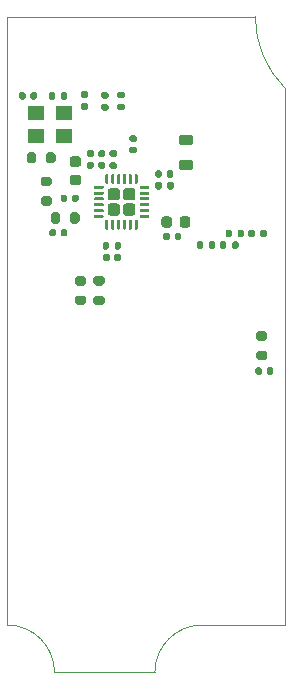
<source format=gbr>
%TF.GenerationSoftware,KiCad,Pcbnew,(5.1.8-0-10_14)*%
%TF.CreationDate,2020-11-27T10:39:21+01:00*%
%TF.ProjectId,SH-ESP32-Ethernet,53482d45-5350-4333-922d-45746865726e,0.1.0*%
%TF.SameCoordinates,Original*%
%TF.FileFunction,Paste,Top*%
%TF.FilePolarity,Positive*%
%FSLAX46Y46*%
G04 Gerber Fmt 4.6, Leading zero omitted, Abs format (unit mm)*
G04 Created by KiCad (PCBNEW (5.1.8-0-10_14)) date 2020-11-27 10:39:21*
%MOMM*%
%LPD*%
G01*
G04 APERTURE LIST*
%TA.AperFunction,Profile*%
%ADD10C,0.050000*%
%TD*%
%ADD11R,1.400000X1.200000*%
G04 APERTURE END LIST*
D10*
X165000000Y-108500000D02*
X172000000Y-108500000D01*
X161000000Y-112500000D02*
G75*
G02*
X165000000Y-108500000I4000000J0D01*
G01*
X148500000Y-108500000D02*
G75*
G02*
X152500000Y-112500000I0J-4000000D01*
G01*
X169500000Y-57000000D02*
X148500000Y-57000000D01*
X152500000Y-112500000D02*
X161000000Y-112499765D01*
X148500000Y-57000000D02*
X148500000Y-108500000D01*
X171989592Y-63010408D02*
X172000000Y-108500000D01*
X153000000Y-112500000D02*
X153000000Y-112500000D01*
X171989592Y-63010408D02*
G75*
G02*
X169500000Y-57000000I6010408J6010408D01*
G01*
%TO.C,C305*%
G36*
G01*
X161590000Y-70150000D02*
X161590000Y-70490000D01*
G75*
G02*
X161450000Y-70630000I-140000J0D01*
G01*
X161170000Y-70630000D01*
G75*
G02*
X161030000Y-70490000I0J140000D01*
G01*
X161030000Y-70150000D01*
G75*
G02*
X161170000Y-70010000I140000J0D01*
G01*
X161450000Y-70010000D01*
G75*
G02*
X161590000Y-70150000I0J-140000D01*
G01*
G37*
G36*
G01*
X162550000Y-70150000D02*
X162550000Y-70490000D01*
G75*
G02*
X162410000Y-70630000I-140000J0D01*
G01*
X162130000Y-70630000D01*
G75*
G02*
X161990000Y-70490000I0J140000D01*
G01*
X161990000Y-70150000D01*
G75*
G02*
X162130000Y-70010000I140000J0D01*
G01*
X162410000Y-70010000D01*
G75*
G02*
X162550000Y-70150000I0J-140000D01*
G01*
G37*
%TD*%
D11*
%TO.C,X301*%
X150900000Y-65180000D03*
X153300000Y-65180000D03*
X153300000Y-67080000D03*
X150900000Y-67080000D03*
%TD*%
%TO.C,R306*%
G36*
G01*
X155215000Y-63860000D02*
X154845000Y-63860000D01*
G75*
G02*
X154710000Y-63725000I0J135000D01*
G01*
X154710000Y-63455000D01*
G75*
G02*
X154845000Y-63320000I135000J0D01*
G01*
X155215000Y-63320000D01*
G75*
G02*
X155350000Y-63455000I0J-135000D01*
G01*
X155350000Y-63725000D01*
G75*
G02*
X155215000Y-63860000I-135000J0D01*
G01*
G37*
G36*
G01*
X155215000Y-64880000D02*
X154845000Y-64880000D01*
G75*
G02*
X154710000Y-64745000I0J135000D01*
G01*
X154710000Y-64475000D01*
G75*
G02*
X154845000Y-64340000I135000J0D01*
G01*
X155215000Y-64340000D01*
G75*
G02*
X155350000Y-64475000I0J-135000D01*
G01*
X155350000Y-64745000D01*
G75*
G02*
X155215000Y-64880000I-135000J0D01*
G01*
G37*
%TD*%
%TO.C,R308*%
G36*
G01*
X153040000Y-63885000D02*
X153040000Y-63515000D01*
G75*
G02*
X153175000Y-63380000I135000J0D01*
G01*
X153445000Y-63380000D01*
G75*
G02*
X153580000Y-63515000I0J-135000D01*
G01*
X153580000Y-63885000D01*
G75*
G02*
X153445000Y-64020000I-135000J0D01*
G01*
X153175000Y-64020000D01*
G75*
G02*
X153040000Y-63885000I0J135000D01*
G01*
G37*
G36*
G01*
X152020000Y-63885000D02*
X152020000Y-63515000D01*
G75*
G02*
X152155000Y-63380000I135000J0D01*
G01*
X152425000Y-63380000D01*
G75*
G02*
X152560000Y-63515000I0J-135000D01*
G01*
X152560000Y-63885000D01*
G75*
G02*
X152425000Y-64020000I-135000J0D01*
G01*
X152155000Y-64020000D01*
G75*
G02*
X152020000Y-63885000I0J135000D01*
G01*
G37*
%TD*%
%TO.C,R307*%
G36*
G01*
X157655000Y-68850000D02*
X157285000Y-68850000D01*
G75*
G02*
X157150000Y-68715000I0J135000D01*
G01*
X157150000Y-68445000D01*
G75*
G02*
X157285000Y-68310000I135000J0D01*
G01*
X157655000Y-68310000D01*
G75*
G02*
X157790000Y-68445000I0J-135000D01*
G01*
X157790000Y-68715000D01*
G75*
G02*
X157655000Y-68850000I-135000J0D01*
G01*
G37*
G36*
G01*
X157655000Y-69870000D02*
X157285000Y-69870000D01*
G75*
G02*
X157150000Y-69735000I0J135000D01*
G01*
X157150000Y-69465000D01*
G75*
G02*
X157285000Y-69330000I135000J0D01*
G01*
X157655000Y-69330000D01*
G75*
G02*
X157790000Y-69465000I0J-135000D01*
G01*
X157790000Y-69735000D01*
G75*
G02*
X157655000Y-69870000I-135000J0D01*
G01*
G37*
%TD*%
%TO.C,R305*%
G36*
G01*
X156955000Y-63920000D02*
X156585000Y-63920000D01*
G75*
G02*
X156450000Y-63785000I0J135000D01*
G01*
X156450000Y-63515000D01*
G75*
G02*
X156585000Y-63380000I135000J0D01*
G01*
X156955000Y-63380000D01*
G75*
G02*
X157090000Y-63515000I0J-135000D01*
G01*
X157090000Y-63785000D01*
G75*
G02*
X156955000Y-63920000I-135000J0D01*
G01*
G37*
G36*
G01*
X156955000Y-64940000D02*
X156585000Y-64940000D01*
G75*
G02*
X156450000Y-64805000I0J135000D01*
G01*
X156450000Y-64535000D01*
G75*
G02*
X156585000Y-64400000I135000J0D01*
G01*
X156955000Y-64400000D01*
G75*
G02*
X157090000Y-64535000I0J-135000D01*
G01*
X157090000Y-64805000D01*
G75*
G02*
X156955000Y-64940000I-135000J0D01*
G01*
G37*
%TD*%
%TO.C,R304*%
G36*
G01*
X158305000Y-63900000D02*
X157935000Y-63900000D01*
G75*
G02*
X157800000Y-63765000I0J135000D01*
G01*
X157800000Y-63495000D01*
G75*
G02*
X157935000Y-63360000I135000J0D01*
G01*
X158305000Y-63360000D01*
G75*
G02*
X158440000Y-63495000I0J-135000D01*
G01*
X158440000Y-63765000D01*
G75*
G02*
X158305000Y-63900000I-135000J0D01*
G01*
G37*
G36*
G01*
X158305000Y-64920000D02*
X157935000Y-64920000D01*
G75*
G02*
X157800000Y-64785000I0J135000D01*
G01*
X157800000Y-64515000D01*
G75*
G02*
X157935000Y-64380000I135000J0D01*
G01*
X158305000Y-64380000D01*
G75*
G02*
X158440000Y-64515000I0J-135000D01*
G01*
X158440000Y-64785000D01*
G75*
G02*
X158305000Y-64920000I-135000J0D01*
G01*
G37*
%TD*%
%TO.C,C307*%
G36*
G01*
X162280000Y-75430000D02*
X162280000Y-75770000D01*
G75*
G02*
X162140000Y-75910000I-140000J0D01*
G01*
X161860000Y-75910000D01*
G75*
G02*
X161720000Y-75770000I0J140000D01*
G01*
X161720000Y-75430000D01*
G75*
G02*
X161860000Y-75290000I140000J0D01*
G01*
X162140000Y-75290000D01*
G75*
G02*
X162280000Y-75430000I0J-140000D01*
G01*
G37*
G36*
G01*
X163240000Y-75430000D02*
X163240000Y-75770000D01*
G75*
G02*
X163100000Y-75910000I-140000J0D01*
G01*
X162820000Y-75910000D01*
G75*
G02*
X162680000Y-75770000I0J140000D01*
G01*
X162680000Y-75430000D01*
G75*
G02*
X162820000Y-75290000I140000J0D01*
G01*
X163100000Y-75290000D01*
G75*
G02*
X163240000Y-75430000I0J-140000D01*
G01*
G37*
%TD*%
%TO.C,R317*%
G36*
G01*
X154985000Y-79755000D02*
X154435000Y-79755000D01*
G75*
G02*
X154235000Y-79555000I0J200000D01*
G01*
X154235000Y-79155000D01*
G75*
G02*
X154435000Y-78955000I200000J0D01*
G01*
X154985000Y-78955000D01*
G75*
G02*
X155185000Y-79155000I0J-200000D01*
G01*
X155185000Y-79555000D01*
G75*
G02*
X154985000Y-79755000I-200000J0D01*
G01*
G37*
G36*
G01*
X154985000Y-81405000D02*
X154435000Y-81405000D01*
G75*
G02*
X154235000Y-81205000I0J200000D01*
G01*
X154235000Y-80805000D01*
G75*
G02*
X154435000Y-80605000I200000J0D01*
G01*
X154985000Y-80605000D01*
G75*
G02*
X155185000Y-80805000I0J-200000D01*
G01*
X155185000Y-81205000D01*
G75*
G02*
X154985000Y-81405000I-200000J0D01*
G01*
G37*
%TD*%
%TO.C,R316*%
G36*
G01*
X156545000Y-79755000D02*
X155995000Y-79755000D01*
G75*
G02*
X155795000Y-79555000I0J200000D01*
G01*
X155795000Y-79155000D01*
G75*
G02*
X155995000Y-78955000I200000J0D01*
G01*
X156545000Y-78955000D01*
G75*
G02*
X156745000Y-79155000I0J-200000D01*
G01*
X156745000Y-79555000D01*
G75*
G02*
X156545000Y-79755000I-200000J0D01*
G01*
G37*
G36*
G01*
X156545000Y-81405000D02*
X155995000Y-81405000D01*
G75*
G02*
X155795000Y-81205000I0J200000D01*
G01*
X155795000Y-80805000D01*
G75*
G02*
X155995000Y-80605000I200000J0D01*
G01*
X156545000Y-80605000D01*
G75*
G02*
X156745000Y-80805000I0J-200000D01*
G01*
X156745000Y-81205000D01*
G75*
G02*
X156545000Y-81405000I-200000J0D01*
G01*
G37*
%TD*%
%TO.C,R315*%
G36*
G01*
X170325000Y-84415000D02*
X169775000Y-84415000D01*
G75*
G02*
X169575000Y-84215000I0J200000D01*
G01*
X169575000Y-83815000D01*
G75*
G02*
X169775000Y-83615000I200000J0D01*
G01*
X170325000Y-83615000D01*
G75*
G02*
X170525000Y-83815000I0J-200000D01*
G01*
X170525000Y-84215000D01*
G75*
G02*
X170325000Y-84415000I-200000J0D01*
G01*
G37*
G36*
G01*
X170325000Y-86065000D02*
X169775000Y-86065000D01*
G75*
G02*
X169575000Y-85865000I0J200000D01*
G01*
X169575000Y-85465000D01*
G75*
G02*
X169775000Y-85265000I200000J0D01*
G01*
X170325000Y-85265000D01*
G75*
G02*
X170525000Y-85465000I0J-200000D01*
G01*
X170525000Y-85865000D01*
G75*
G02*
X170325000Y-86065000I-200000J0D01*
G01*
G37*
%TD*%
%TO.C,R314*%
G36*
G01*
X168000000Y-75525000D02*
X168000000Y-75155000D01*
G75*
G02*
X168135000Y-75020000I135000J0D01*
G01*
X168405000Y-75020000D01*
G75*
G02*
X168540000Y-75155000I0J-135000D01*
G01*
X168540000Y-75525000D01*
G75*
G02*
X168405000Y-75660000I-135000J0D01*
G01*
X168135000Y-75660000D01*
G75*
G02*
X168000000Y-75525000I0J135000D01*
G01*
G37*
G36*
G01*
X166980000Y-75525000D02*
X166980000Y-75155000D01*
G75*
G02*
X167115000Y-75020000I135000J0D01*
G01*
X167385000Y-75020000D01*
G75*
G02*
X167520000Y-75155000I0J-135000D01*
G01*
X167520000Y-75525000D01*
G75*
G02*
X167385000Y-75660000I-135000J0D01*
G01*
X167115000Y-75660000D01*
G75*
G02*
X166980000Y-75525000I0J135000D01*
G01*
G37*
%TD*%
%TO.C,R313*%
G36*
G01*
X162050000Y-71495000D02*
X162050000Y-71125000D01*
G75*
G02*
X162185000Y-70990000I135000J0D01*
G01*
X162455000Y-70990000D01*
G75*
G02*
X162590000Y-71125000I0J-135000D01*
G01*
X162590000Y-71495000D01*
G75*
G02*
X162455000Y-71630000I-135000J0D01*
G01*
X162185000Y-71630000D01*
G75*
G02*
X162050000Y-71495000I0J135000D01*
G01*
G37*
G36*
G01*
X161030000Y-71495000D02*
X161030000Y-71125000D01*
G75*
G02*
X161165000Y-70990000I135000J0D01*
G01*
X161435000Y-70990000D01*
G75*
G02*
X161570000Y-71125000I0J-135000D01*
G01*
X161570000Y-71495000D01*
G75*
G02*
X161435000Y-71630000I-135000J0D01*
G01*
X161165000Y-71630000D01*
G75*
G02*
X161030000Y-71495000I0J135000D01*
G01*
G37*
%TD*%
%TO.C,R312*%
G36*
G01*
X169440000Y-75155000D02*
X169440000Y-75525000D01*
G75*
G02*
X169305000Y-75660000I-135000J0D01*
G01*
X169035000Y-75660000D01*
G75*
G02*
X168900000Y-75525000I0J135000D01*
G01*
X168900000Y-75155000D01*
G75*
G02*
X169035000Y-75020000I135000J0D01*
G01*
X169305000Y-75020000D01*
G75*
G02*
X169440000Y-75155000I0J-135000D01*
G01*
G37*
G36*
G01*
X170460000Y-75155000D02*
X170460000Y-75525000D01*
G75*
G02*
X170325000Y-75660000I-135000J0D01*
G01*
X170055000Y-75660000D01*
G75*
G02*
X169920000Y-75525000I0J135000D01*
G01*
X169920000Y-75155000D01*
G75*
G02*
X170055000Y-75020000I135000J0D01*
G01*
X170325000Y-75020000D01*
G75*
G02*
X170460000Y-75155000I0J-135000D01*
G01*
G37*
%TD*%
%TO.C,R311*%
G36*
G01*
X165580000Y-76505000D02*
X165580000Y-76135000D01*
G75*
G02*
X165715000Y-76000000I135000J0D01*
G01*
X165985000Y-76000000D01*
G75*
G02*
X166120000Y-76135000I0J-135000D01*
G01*
X166120000Y-76505000D01*
G75*
G02*
X165985000Y-76640000I-135000J0D01*
G01*
X165715000Y-76640000D01*
G75*
G02*
X165580000Y-76505000I0J135000D01*
G01*
G37*
G36*
G01*
X164560000Y-76505000D02*
X164560000Y-76135000D01*
G75*
G02*
X164695000Y-76000000I135000J0D01*
G01*
X164965000Y-76000000D01*
G75*
G02*
X165100000Y-76135000I0J-135000D01*
G01*
X165100000Y-76505000D01*
G75*
G02*
X164965000Y-76640000I-135000J0D01*
G01*
X164695000Y-76640000D01*
G75*
G02*
X164560000Y-76505000I0J135000D01*
G01*
G37*
%TD*%
%TO.C,R310*%
G36*
G01*
X167060000Y-76145000D02*
X167060000Y-76515000D01*
G75*
G02*
X166925000Y-76650000I-135000J0D01*
G01*
X166655000Y-76650000D01*
G75*
G02*
X166520000Y-76515000I0J135000D01*
G01*
X166520000Y-76145000D01*
G75*
G02*
X166655000Y-76010000I135000J0D01*
G01*
X166925000Y-76010000D01*
G75*
G02*
X167060000Y-76145000I0J-135000D01*
G01*
G37*
G36*
G01*
X168080000Y-76145000D02*
X168080000Y-76515000D01*
G75*
G02*
X167945000Y-76650000I-135000J0D01*
G01*
X167675000Y-76650000D01*
G75*
G02*
X167540000Y-76515000I0J135000D01*
G01*
X167540000Y-76145000D01*
G75*
G02*
X167675000Y-76010000I135000J0D01*
G01*
X167945000Y-76010000D01*
G75*
G02*
X168080000Y-76145000I0J-135000D01*
G01*
G37*
%TD*%
%TO.C,R309*%
G36*
G01*
X157110000Y-76205000D02*
X157110000Y-76575000D01*
G75*
G02*
X156975000Y-76710000I-135000J0D01*
G01*
X156705000Y-76710000D01*
G75*
G02*
X156570000Y-76575000I0J135000D01*
G01*
X156570000Y-76205000D01*
G75*
G02*
X156705000Y-76070000I135000J0D01*
G01*
X156975000Y-76070000D01*
G75*
G02*
X157110000Y-76205000I0J-135000D01*
G01*
G37*
G36*
G01*
X158130000Y-76205000D02*
X158130000Y-76575000D01*
G75*
G02*
X157995000Y-76710000I-135000J0D01*
G01*
X157725000Y-76710000D01*
G75*
G02*
X157590000Y-76575000I0J135000D01*
G01*
X157590000Y-76205000D01*
G75*
G02*
X157725000Y-76070000I135000J0D01*
G01*
X157995000Y-76070000D01*
G75*
G02*
X158130000Y-76205000I0J-135000D01*
G01*
G37*
%TD*%
%TO.C,R303*%
G36*
G01*
X151785000Y-69215000D02*
X151785000Y-68665000D01*
G75*
G02*
X151985000Y-68465000I200000J0D01*
G01*
X152385000Y-68465000D01*
G75*
G02*
X152585000Y-68665000I0J-200000D01*
G01*
X152585000Y-69215000D01*
G75*
G02*
X152385000Y-69415000I-200000J0D01*
G01*
X151985000Y-69415000D01*
G75*
G02*
X151785000Y-69215000I0J200000D01*
G01*
G37*
G36*
G01*
X150135000Y-69215000D02*
X150135000Y-68665000D01*
G75*
G02*
X150335000Y-68465000I200000J0D01*
G01*
X150735000Y-68465000D01*
G75*
G02*
X150935000Y-68665000I0J-200000D01*
G01*
X150935000Y-69215000D01*
G75*
G02*
X150735000Y-69415000I-200000J0D01*
G01*
X150335000Y-69415000D01*
G75*
G02*
X150135000Y-69215000I0J200000D01*
G01*
G37*
%TD*%
%TO.C,R302*%
G36*
G01*
X151525000Y-72195000D02*
X152075000Y-72195000D01*
G75*
G02*
X152275000Y-72395000I0J-200000D01*
G01*
X152275000Y-72795000D01*
G75*
G02*
X152075000Y-72995000I-200000J0D01*
G01*
X151525000Y-72995000D01*
G75*
G02*
X151325000Y-72795000I0J200000D01*
G01*
X151325000Y-72395000D01*
G75*
G02*
X151525000Y-72195000I200000J0D01*
G01*
G37*
G36*
G01*
X151525000Y-70545000D02*
X152075000Y-70545000D01*
G75*
G02*
X152275000Y-70745000I0J-200000D01*
G01*
X152275000Y-71145000D01*
G75*
G02*
X152075000Y-71345000I-200000J0D01*
G01*
X151525000Y-71345000D01*
G75*
G02*
X151325000Y-71145000I0J200000D01*
G01*
X151325000Y-70745000D01*
G75*
G02*
X151525000Y-70545000I200000J0D01*
G01*
G37*
%TD*%
%TO.C,R301*%
G36*
G01*
X153825000Y-74305000D02*
X153825000Y-73755000D01*
G75*
G02*
X154025000Y-73555000I200000J0D01*
G01*
X154425000Y-73555000D01*
G75*
G02*
X154625000Y-73755000I0J-200000D01*
G01*
X154625000Y-74305000D01*
G75*
G02*
X154425000Y-74505000I-200000J0D01*
G01*
X154025000Y-74505000D01*
G75*
G02*
X153825000Y-74305000I0J200000D01*
G01*
G37*
G36*
G01*
X152175000Y-74305000D02*
X152175000Y-73755000D01*
G75*
G02*
X152375000Y-73555000I200000J0D01*
G01*
X152775000Y-73555000D01*
G75*
G02*
X152975000Y-73755000I0J-200000D01*
G01*
X152975000Y-74305000D01*
G75*
G02*
X152775000Y-74505000I-200000J0D01*
G01*
X152375000Y-74505000D01*
G75*
G02*
X152175000Y-74305000I0J200000D01*
G01*
G37*
%TD*%
%TO.C,FB301*%
G36*
G01*
X164021250Y-67865000D02*
X163258750Y-67865000D01*
G75*
G02*
X163040000Y-67646250I0J218750D01*
G01*
X163040000Y-67208750D01*
G75*
G02*
X163258750Y-66990000I218750J0D01*
G01*
X164021250Y-66990000D01*
G75*
G02*
X164240000Y-67208750I0J-218750D01*
G01*
X164240000Y-67646250D01*
G75*
G02*
X164021250Y-67865000I-218750J0D01*
G01*
G37*
G36*
G01*
X164021250Y-69990000D02*
X163258750Y-69990000D01*
G75*
G02*
X163040000Y-69771250I0J218750D01*
G01*
X163040000Y-69333750D01*
G75*
G02*
X163258750Y-69115000I218750J0D01*
G01*
X164021250Y-69115000D01*
G75*
G02*
X164240000Y-69333750I0J-218750D01*
G01*
X164240000Y-69771250D01*
G75*
G02*
X164021250Y-69990000I-218750J0D01*
G01*
G37*
%TD*%
%TO.C,C308*%
G36*
G01*
X170070000Y-86830000D02*
X170070000Y-87170000D01*
G75*
G02*
X169930000Y-87310000I-140000J0D01*
G01*
X169650000Y-87310000D01*
G75*
G02*
X169510000Y-87170000I0J140000D01*
G01*
X169510000Y-86830000D01*
G75*
G02*
X169650000Y-86690000I140000J0D01*
G01*
X169930000Y-86690000D01*
G75*
G02*
X170070000Y-86830000I0J-140000D01*
G01*
G37*
G36*
G01*
X171030000Y-86830000D02*
X171030000Y-87170000D01*
G75*
G02*
X170890000Y-87310000I-140000J0D01*
G01*
X170610000Y-87310000D01*
G75*
G02*
X170470000Y-87170000I0J140000D01*
G01*
X170470000Y-86830000D01*
G75*
G02*
X170610000Y-86690000I140000J0D01*
G01*
X170890000Y-86690000D01*
G75*
G02*
X171030000Y-86830000I0J-140000D01*
G01*
G37*
%TD*%
%TO.C,C306*%
G36*
G01*
X157170000Y-77210000D02*
X157170000Y-77550000D01*
G75*
G02*
X157030000Y-77690000I-140000J0D01*
G01*
X156750000Y-77690000D01*
G75*
G02*
X156610000Y-77550000I0J140000D01*
G01*
X156610000Y-77210000D01*
G75*
G02*
X156750000Y-77070000I140000J0D01*
G01*
X157030000Y-77070000D01*
G75*
G02*
X157170000Y-77210000I0J-140000D01*
G01*
G37*
G36*
G01*
X158130000Y-77210000D02*
X158130000Y-77550000D01*
G75*
G02*
X157990000Y-77690000I-140000J0D01*
G01*
X157710000Y-77690000D01*
G75*
G02*
X157570000Y-77550000I0J140000D01*
G01*
X157570000Y-77210000D01*
G75*
G02*
X157710000Y-77070000I140000J0D01*
G01*
X157990000Y-77070000D01*
G75*
G02*
X158130000Y-77210000I0J-140000D01*
G01*
G37*
%TD*%
%TO.C,C304*%
G36*
G01*
X162445000Y-74130000D02*
X162445000Y-74630000D01*
G75*
G02*
X162220000Y-74855000I-225000J0D01*
G01*
X161770000Y-74855000D01*
G75*
G02*
X161545000Y-74630000I0J225000D01*
G01*
X161545000Y-74130000D01*
G75*
G02*
X161770000Y-73905000I225000J0D01*
G01*
X162220000Y-73905000D01*
G75*
G02*
X162445000Y-74130000I0J-225000D01*
G01*
G37*
G36*
G01*
X163995000Y-74130000D02*
X163995000Y-74630000D01*
G75*
G02*
X163770000Y-74855000I-225000J0D01*
G01*
X163320000Y-74855000D01*
G75*
G02*
X163095000Y-74630000I0J225000D01*
G01*
X163095000Y-74130000D01*
G75*
G02*
X163320000Y-73905000I225000J0D01*
G01*
X163770000Y-73905000D01*
G75*
G02*
X163995000Y-74130000I0J-225000D01*
G01*
G37*
%TD*%
%TO.C,C303*%
G36*
G01*
X154020000Y-70365000D02*
X154520000Y-70365000D01*
G75*
G02*
X154745000Y-70590000I0J-225000D01*
G01*
X154745000Y-71040000D01*
G75*
G02*
X154520000Y-71265000I-225000J0D01*
G01*
X154020000Y-71265000D01*
G75*
G02*
X153795000Y-71040000I0J225000D01*
G01*
X153795000Y-70590000D01*
G75*
G02*
X154020000Y-70365000I225000J0D01*
G01*
G37*
G36*
G01*
X154020000Y-68815000D02*
X154520000Y-68815000D01*
G75*
G02*
X154745000Y-69040000I0J-225000D01*
G01*
X154745000Y-69490000D01*
G75*
G02*
X154520000Y-69715000I-225000J0D01*
G01*
X154020000Y-69715000D01*
G75*
G02*
X153795000Y-69490000I0J225000D01*
G01*
X153795000Y-69040000D01*
G75*
G02*
X154020000Y-68815000I225000J0D01*
G01*
G37*
%TD*%
%TO.C,C302*%
G36*
G01*
X155820000Y-69400000D02*
X155820000Y-69740000D01*
G75*
G02*
X155680000Y-69880000I-140000J0D01*
G01*
X155400000Y-69880000D01*
G75*
G02*
X155260000Y-69740000I0J140000D01*
G01*
X155260000Y-69400000D01*
G75*
G02*
X155400000Y-69260000I140000J0D01*
G01*
X155680000Y-69260000D01*
G75*
G02*
X155820000Y-69400000I0J-140000D01*
G01*
G37*
G36*
G01*
X156780000Y-69400000D02*
X156780000Y-69740000D01*
G75*
G02*
X156640000Y-69880000I-140000J0D01*
G01*
X156360000Y-69880000D01*
G75*
G02*
X156220000Y-69740000I0J140000D01*
G01*
X156220000Y-69400000D01*
G75*
G02*
X156360000Y-69260000I140000J0D01*
G01*
X156640000Y-69260000D01*
G75*
G02*
X156780000Y-69400000I0J-140000D01*
G01*
G37*
%TD*%
%TO.C,C301*%
G36*
G01*
X155820000Y-68420000D02*
X155820000Y-68760000D01*
G75*
G02*
X155680000Y-68900000I-140000J0D01*
G01*
X155400000Y-68900000D01*
G75*
G02*
X155260000Y-68760000I0J140000D01*
G01*
X155260000Y-68420000D01*
G75*
G02*
X155400000Y-68280000I140000J0D01*
G01*
X155680000Y-68280000D01*
G75*
G02*
X155820000Y-68420000I0J-140000D01*
G01*
G37*
G36*
G01*
X156780000Y-68420000D02*
X156780000Y-68760000D01*
G75*
G02*
X156640000Y-68900000I-140000J0D01*
G01*
X156360000Y-68900000D01*
G75*
G02*
X156220000Y-68760000I0J140000D01*
G01*
X156220000Y-68420000D01*
G75*
G02*
X156360000Y-68280000I140000J0D01*
G01*
X156640000Y-68280000D01*
G75*
G02*
X156780000Y-68420000I0J-140000D01*
G01*
G37*
%TD*%
%TO.C,U301*%
G36*
G01*
X157249999Y-72800000D02*
X157800001Y-72800000D01*
G75*
G02*
X158050000Y-73049999I0J-249999D01*
G01*
X158050000Y-73600001D01*
G75*
G02*
X157800001Y-73850000I-249999J0D01*
G01*
X157249999Y-73850000D01*
G75*
G02*
X157000000Y-73600001I0J249999D01*
G01*
X157000000Y-73049999D01*
G75*
G02*
X157249999Y-72800000I249999J0D01*
G01*
G37*
G36*
G01*
X158549999Y-72800000D02*
X159100001Y-72800000D01*
G75*
G02*
X159350000Y-73049999I0J-249999D01*
G01*
X159350000Y-73600001D01*
G75*
G02*
X159100001Y-73850000I-249999J0D01*
G01*
X158549999Y-73850000D01*
G75*
G02*
X158300000Y-73600001I0J249999D01*
G01*
X158300000Y-73049999D01*
G75*
G02*
X158549999Y-72800000I249999J0D01*
G01*
G37*
G36*
G01*
X157249999Y-71500000D02*
X157800001Y-71500000D01*
G75*
G02*
X158050000Y-71749999I0J-249999D01*
G01*
X158050000Y-72300001D01*
G75*
G02*
X157800001Y-72550000I-249999J0D01*
G01*
X157249999Y-72550000D01*
G75*
G02*
X157000000Y-72300001I0J249999D01*
G01*
X157000000Y-71749999D01*
G75*
G02*
X157249999Y-71500000I249999J0D01*
G01*
G37*
G36*
G01*
X158549999Y-71500000D02*
X159100001Y-71500000D01*
G75*
G02*
X159350000Y-71749999I0J-249999D01*
G01*
X159350000Y-72300001D01*
G75*
G02*
X159100001Y-72550000I-249999J0D01*
G01*
X158549999Y-72550000D01*
G75*
G02*
X158300000Y-72300001I0J249999D01*
G01*
X158300000Y-71749999D01*
G75*
G02*
X158549999Y-71500000I249999J0D01*
G01*
G37*
G36*
G01*
X159762500Y-71300000D02*
X160462500Y-71300000D01*
G75*
G02*
X160525000Y-71362500I0J-62500D01*
G01*
X160525000Y-71487500D01*
G75*
G02*
X160462500Y-71550000I-62500J0D01*
G01*
X159762500Y-71550000D01*
G75*
G02*
X159700000Y-71487500I0J62500D01*
G01*
X159700000Y-71362500D01*
G75*
G02*
X159762500Y-71300000I62500J0D01*
G01*
G37*
G36*
G01*
X159762500Y-71800000D02*
X160462500Y-71800000D01*
G75*
G02*
X160525000Y-71862500I0J-62500D01*
G01*
X160525000Y-71987500D01*
G75*
G02*
X160462500Y-72050000I-62500J0D01*
G01*
X159762500Y-72050000D01*
G75*
G02*
X159700000Y-71987500I0J62500D01*
G01*
X159700000Y-71862500D01*
G75*
G02*
X159762500Y-71800000I62500J0D01*
G01*
G37*
G36*
G01*
X159762500Y-72300000D02*
X160462500Y-72300000D01*
G75*
G02*
X160525000Y-72362500I0J-62500D01*
G01*
X160525000Y-72487500D01*
G75*
G02*
X160462500Y-72550000I-62500J0D01*
G01*
X159762500Y-72550000D01*
G75*
G02*
X159700000Y-72487500I0J62500D01*
G01*
X159700000Y-72362500D01*
G75*
G02*
X159762500Y-72300000I62500J0D01*
G01*
G37*
G36*
G01*
X159762500Y-72800000D02*
X160462500Y-72800000D01*
G75*
G02*
X160525000Y-72862500I0J-62500D01*
G01*
X160525000Y-72987500D01*
G75*
G02*
X160462500Y-73050000I-62500J0D01*
G01*
X159762500Y-73050000D01*
G75*
G02*
X159700000Y-72987500I0J62500D01*
G01*
X159700000Y-72862500D01*
G75*
G02*
X159762500Y-72800000I62500J0D01*
G01*
G37*
G36*
G01*
X159762500Y-73300000D02*
X160462500Y-73300000D01*
G75*
G02*
X160525000Y-73362500I0J-62500D01*
G01*
X160525000Y-73487500D01*
G75*
G02*
X160462500Y-73550000I-62500J0D01*
G01*
X159762500Y-73550000D01*
G75*
G02*
X159700000Y-73487500I0J62500D01*
G01*
X159700000Y-73362500D01*
G75*
G02*
X159762500Y-73300000I62500J0D01*
G01*
G37*
G36*
G01*
X159762500Y-73800000D02*
X160462500Y-73800000D01*
G75*
G02*
X160525000Y-73862500I0J-62500D01*
G01*
X160525000Y-73987500D01*
G75*
G02*
X160462500Y-74050000I-62500J0D01*
G01*
X159762500Y-74050000D01*
G75*
G02*
X159700000Y-73987500I0J62500D01*
G01*
X159700000Y-73862500D01*
G75*
G02*
X159762500Y-73800000I62500J0D01*
G01*
G37*
G36*
G01*
X159362500Y-74200000D02*
X159487500Y-74200000D01*
G75*
G02*
X159550000Y-74262500I0J-62500D01*
G01*
X159550000Y-74962500D01*
G75*
G02*
X159487500Y-75025000I-62500J0D01*
G01*
X159362500Y-75025000D01*
G75*
G02*
X159300000Y-74962500I0J62500D01*
G01*
X159300000Y-74262500D01*
G75*
G02*
X159362500Y-74200000I62500J0D01*
G01*
G37*
G36*
G01*
X158862500Y-74200000D02*
X158987500Y-74200000D01*
G75*
G02*
X159050000Y-74262500I0J-62500D01*
G01*
X159050000Y-74962500D01*
G75*
G02*
X158987500Y-75025000I-62500J0D01*
G01*
X158862500Y-75025000D01*
G75*
G02*
X158800000Y-74962500I0J62500D01*
G01*
X158800000Y-74262500D01*
G75*
G02*
X158862500Y-74200000I62500J0D01*
G01*
G37*
G36*
G01*
X158362500Y-74200000D02*
X158487500Y-74200000D01*
G75*
G02*
X158550000Y-74262500I0J-62500D01*
G01*
X158550000Y-74962500D01*
G75*
G02*
X158487500Y-75025000I-62500J0D01*
G01*
X158362500Y-75025000D01*
G75*
G02*
X158300000Y-74962500I0J62500D01*
G01*
X158300000Y-74262500D01*
G75*
G02*
X158362500Y-74200000I62500J0D01*
G01*
G37*
G36*
G01*
X157862500Y-74200000D02*
X157987500Y-74200000D01*
G75*
G02*
X158050000Y-74262500I0J-62500D01*
G01*
X158050000Y-74962500D01*
G75*
G02*
X157987500Y-75025000I-62500J0D01*
G01*
X157862500Y-75025000D01*
G75*
G02*
X157800000Y-74962500I0J62500D01*
G01*
X157800000Y-74262500D01*
G75*
G02*
X157862500Y-74200000I62500J0D01*
G01*
G37*
G36*
G01*
X157362500Y-74200000D02*
X157487500Y-74200000D01*
G75*
G02*
X157550000Y-74262500I0J-62500D01*
G01*
X157550000Y-74962500D01*
G75*
G02*
X157487500Y-75025000I-62500J0D01*
G01*
X157362500Y-75025000D01*
G75*
G02*
X157300000Y-74962500I0J62500D01*
G01*
X157300000Y-74262500D01*
G75*
G02*
X157362500Y-74200000I62500J0D01*
G01*
G37*
G36*
G01*
X156862500Y-74200000D02*
X156987500Y-74200000D01*
G75*
G02*
X157050000Y-74262500I0J-62500D01*
G01*
X157050000Y-74962500D01*
G75*
G02*
X156987500Y-75025000I-62500J0D01*
G01*
X156862500Y-75025000D01*
G75*
G02*
X156800000Y-74962500I0J62500D01*
G01*
X156800000Y-74262500D01*
G75*
G02*
X156862500Y-74200000I62500J0D01*
G01*
G37*
G36*
G01*
X155887500Y-73800000D02*
X156587500Y-73800000D01*
G75*
G02*
X156650000Y-73862500I0J-62500D01*
G01*
X156650000Y-73987500D01*
G75*
G02*
X156587500Y-74050000I-62500J0D01*
G01*
X155887500Y-74050000D01*
G75*
G02*
X155825000Y-73987500I0J62500D01*
G01*
X155825000Y-73862500D01*
G75*
G02*
X155887500Y-73800000I62500J0D01*
G01*
G37*
G36*
G01*
X155887500Y-73300000D02*
X156587500Y-73300000D01*
G75*
G02*
X156650000Y-73362500I0J-62500D01*
G01*
X156650000Y-73487500D01*
G75*
G02*
X156587500Y-73550000I-62500J0D01*
G01*
X155887500Y-73550000D01*
G75*
G02*
X155825000Y-73487500I0J62500D01*
G01*
X155825000Y-73362500D01*
G75*
G02*
X155887500Y-73300000I62500J0D01*
G01*
G37*
G36*
G01*
X155887500Y-72800000D02*
X156587500Y-72800000D01*
G75*
G02*
X156650000Y-72862500I0J-62500D01*
G01*
X156650000Y-72987500D01*
G75*
G02*
X156587500Y-73050000I-62500J0D01*
G01*
X155887500Y-73050000D01*
G75*
G02*
X155825000Y-72987500I0J62500D01*
G01*
X155825000Y-72862500D01*
G75*
G02*
X155887500Y-72800000I62500J0D01*
G01*
G37*
G36*
G01*
X155887500Y-72300000D02*
X156587500Y-72300000D01*
G75*
G02*
X156650000Y-72362500I0J-62500D01*
G01*
X156650000Y-72487500D01*
G75*
G02*
X156587500Y-72550000I-62500J0D01*
G01*
X155887500Y-72550000D01*
G75*
G02*
X155825000Y-72487500I0J62500D01*
G01*
X155825000Y-72362500D01*
G75*
G02*
X155887500Y-72300000I62500J0D01*
G01*
G37*
G36*
G01*
X155887500Y-71800000D02*
X156587500Y-71800000D01*
G75*
G02*
X156650000Y-71862500I0J-62500D01*
G01*
X156650000Y-71987500D01*
G75*
G02*
X156587500Y-72050000I-62500J0D01*
G01*
X155887500Y-72050000D01*
G75*
G02*
X155825000Y-71987500I0J62500D01*
G01*
X155825000Y-71862500D01*
G75*
G02*
X155887500Y-71800000I62500J0D01*
G01*
G37*
G36*
G01*
X155887500Y-71300000D02*
X156587500Y-71300000D01*
G75*
G02*
X156650000Y-71362500I0J-62500D01*
G01*
X156650000Y-71487500D01*
G75*
G02*
X156587500Y-71550000I-62500J0D01*
G01*
X155887500Y-71550000D01*
G75*
G02*
X155825000Y-71487500I0J62500D01*
G01*
X155825000Y-71362500D01*
G75*
G02*
X155887500Y-71300000I62500J0D01*
G01*
G37*
G36*
G01*
X156862500Y-70325000D02*
X156987500Y-70325000D01*
G75*
G02*
X157050000Y-70387500I0J-62500D01*
G01*
X157050000Y-71087500D01*
G75*
G02*
X156987500Y-71150000I-62500J0D01*
G01*
X156862500Y-71150000D01*
G75*
G02*
X156800000Y-71087500I0J62500D01*
G01*
X156800000Y-70387500D01*
G75*
G02*
X156862500Y-70325000I62500J0D01*
G01*
G37*
G36*
G01*
X157362500Y-70325000D02*
X157487500Y-70325000D01*
G75*
G02*
X157550000Y-70387500I0J-62500D01*
G01*
X157550000Y-71087500D01*
G75*
G02*
X157487500Y-71150000I-62500J0D01*
G01*
X157362500Y-71150000D01*
G75*
G02*
X157300000Y-71087500I0J62500D01*
G01*
X157300000Y-70387500D01*
G75*
G02*
X157362500Y-70325000I62500J0D01*
G01*
G37*
G36*
G01*
X157862500Y-70325000D02*
X157987500Y-70325000D01*
G75*
G02*
X158050000Y-70387500I0J-62500D01*
G01*
X158050000Y-71087500D01*
G75*
G02*
X157987500Y-71150000I-62500J0D01*
G01*
X157862500Y-71150000D01*
G75*
G02*
X157800000Y-71087500I0J62500D01*
G01*
X157800000Y-70387500D01*
G75*
G02*
X157862500Y-70325000I62500J0D01*
G01*
G37*
G36*
G01*
X158362500Y-70325000D02*
X158487500Y-70325000D01*
G75*
G02*
X158550000Y-70387500I0J-62500D01*
G01*
X158550000Y-71087500D01*
G75*
G02*
X158487500Y-71150000I-62500J0D01*
G01*
X158362500Y-71150000D01*
G75*
G02*
X158300000Y-71087500I0J62500D01*
G01*
X158300000Y-70387500D01*
G75*
G02*
X158362500Y-70325000I62500J0D01*
G01*
G37*
G36*
G01*
X158862500Y-70325000D02*
X158987500Y-70325000D01*
G75*
G02*
X159050000Y-70387500I0J-62500D01*
G01*
X159050000Y-71087500D01*
G75*
G02*
X158987500Y-71150000I-62500J0D01*
G01*
X158862500Y-71150000D01*
G75*
G02*
X158800000Y-71087500I0J62500D01*
G01*
X158800000Y-70387500D01*
G75*
G02*
X158862500Y-70325000I62500J0D01*
G01*
G37*
G36*
G01*
X159362500Y-70325000D02*
X159487500Y-70325000D01*
G75*
G02*
X159550000Y-70387500I0J-62500D01*
G01*
X159550000Y-71087500D01*
G75*
G02*
X159487500Y-71150000I-62500J0D01*
G01*
X159362500Y-71150000D01*
G75*
G02*
X159300000Y-71087500I0J62500D01*
G01*
X159300000Y-70387500D01*
G75*
G02*
X159362500Y-70325000I62500J0D01*
G01*
G37*
%TD*%
%TO.C,C1004*%
G36*
G01*
X150460000Y-63870000D02*
X150460000Y-63530000D01*
G75*
G02*
X150600000Y-63390000I140000J0D01*
G01*
X150880000Y-63390000D01*
G75*
G02*
X151020000Y-63530000I0J-140000D01*
G01*
X151020000Y-63870000D01*
G75*
G02*
X150880000Y-64010000I-140000J0D01*
G01*
X150600000Y-64010000D01*
G75*
G02*
X150460000Y-63870000I0J140000D01*
G01*
G37*
G36*
G01*
X149500000Y-63870000D02*
X149500000Y-63530000D01*
G75*
G02*
X149640000Y-63390000I140000J0D01*
G01*
X149920000Y-63390000D01*
G75*
G02*
X150060000Y-63530000I0J-140000D01*
G01*
X150060000Y-63870000D01*
G75*
G02*
X149920000Y-64010000I-140000J0D01*
G01*
X149640000Y-64010000D01*
G75*
G02*
X149500000Y-63870000I0J140000D01*
G01*
G37*
%TD*%
%TO.C,C1003*%
G36*
G01*
X152630000Y-75120000D02*
X152630000Y-75460000D01*
G75*
G02*
X152490000Y-75600000I-140000J0D01*
G01*
X152210000Y-75600000D01*
G75*
G02*
X152070000Y-75460000I0J140000D01*
G01*
X152070000Y-75120000D01*
G75*
G02*
X152210000Y-74980000I140000J0D01*
G01*
X152490000Y-74980000D01*
G75*
G02*
X152630000Y-75120000I0J-140000D01*
G01*
G37*
G36*
G01*
X153590000Y-75120000D02*
X153590000Y-75460000D01*
G75*
G02*
X153450000Y-75600000I-140000J0D01*
G01*
X153170000Y-75600000D01*
G75*
G02*
X153030000Y-75460000I0J140000D01*
G01*
X153030000Y-75120000D01*
G75*
G02*
X153170000Y-74980000I140000J0D01*
G01*
X153450000Y-74980000D01*
G75*
G02*
X153590000Y-75120000I0J-140000D01*
G01*
G37*
%TD*%
%TO.C,C1002*%
G36*
G01*
X158980000Y-68000000D02*
X159320000Y-68000000D01*
G75*
G02*
X159460000Y-68140000I0J-140000D01*
G01*
X159460000Y-68420000D01*
G75*
G02*
X159320000Y-68560000I-140000J0D01*
G01*
X158980000Y-68560000D01*
G75*
G02*
X158840000Y-68420000I0J140000D01*
G01*
X158840000Y-68140000D01*
G75*
G02*
X158980000Y-68000000I140000J0D01*
G01*
G37*
G36*
G01*
X158980000Y-67040000D02*
X159320000Y-67040000D01*
G75*
G02*
X159460000Y-67180000I0J-140000D01*
G01*
X159460000Y-67460000D01*
G75*
G02*
X159320000Y-67600000I-140000J0D01*
G01*
X158980000Y-67600000D01*
G75*
G02*
X158840000Y-67460000I0J140000D01*
G01*
X158840000Y-67180000D01*
G75*
G02*
X158980000Y-67040000I140000J0D01*
G01*
G37*
%TD*%
%TO.C,C1001*%
G36*
G01*
X153980000Y-72540000D02*
X153980000Y-72200000D01*
G75*
G02*
X154120000Y-72060000I140000J0D01*
G01*
X154400000Y-72060000D01*
G75*
G02*
X154540000Y-72200000I0J-140000D01*
G01*
X154540000Y-72540000D01*
G75*
G02*
X154400000Y-72680000I-140000J0D01*
G01*
X154120000Y-72680000D01*
G75*
G02*
X153980000Y-72540000I0J140000D01*
G01*
G37*
G36*
G01*
X153020000Y-72540000D02*
X153020000Y-72200000D01*
G75*
G02*
X153160000Y-72060000I140000J0D01*
G01*
X153440000Y-72060000D01*
G75*
G02*
X153580000Y-72200000I0J-140000D01*
G01*
X153580000Y-72540000D01*
G75*
G02*
X153440000Y-72680000I-140000J0D01*
G01*
X153160000Y-72680000D01*
G75*
G02*
X153020000Y-72540000I0J140000D01*
G01*
G37*
%TD*%
M02*

</source>
